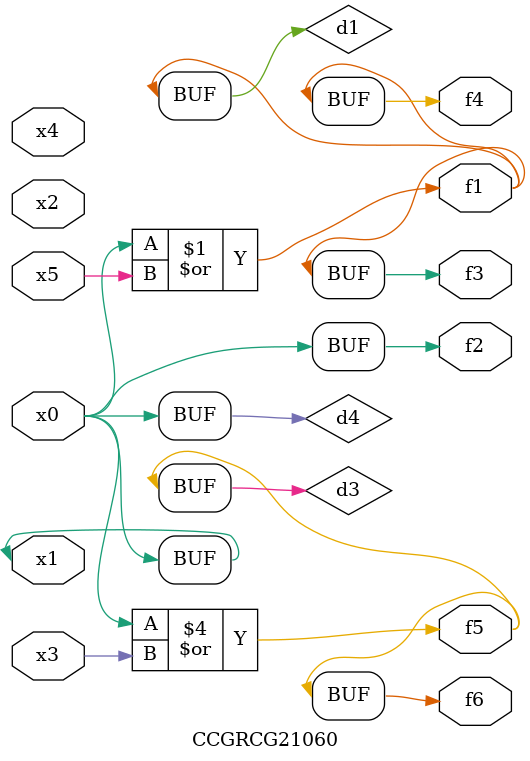
<source format=v>
module CCGRCG21060(
	input x0, x1, x2, x3, x4, x5,
	output f1, f2, f3, f4, f5, f6
);

	wire d1, d2, d3, d4;

	or (d1, x0, x5);
	xnor (d2, x1, x4);
	or (d3, x0, x3);
	buf (d4, x0, x1);
	assign f1 = d1;
	assign f2 = d4;
	assign f3 = d1;
	assign f4 = d1;
	assign f5 = d3;
	assign f6 = d3;
endmodule

</source>
